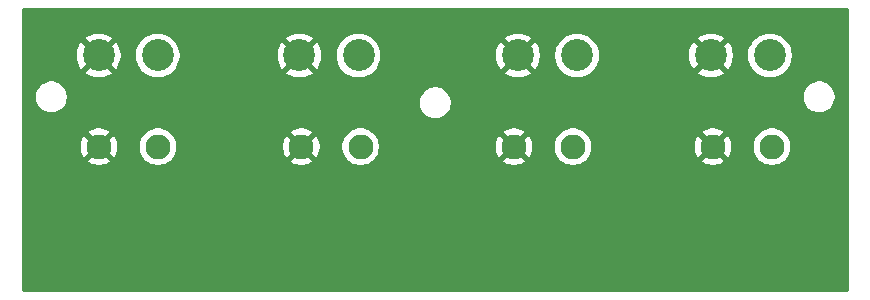
<source format=gtl>
%TF.GenerationSoftware,KiCad,Pcbnew,9.0.4-9.0.4-0~ubuntu24.04.1*%
%TF.CreationDate,2025-09-24T17:28:49+03:00*%
%TF.ProjectId,Linear_actuator_MCU_Bridge_circuit,4c696e65-6172-45f6-9163-747561746f72,rev?*%
%TF.SameCoordinates,Original*%
%TF.FileFunction,Copper,L1,Top*%
%TF.FilePolarity,Positive*%
%FSLAX46Y46*%
G04 Gerber Fmt 4.6, Leading zero omitted, Abs format (unit mm)*
G04 Created by KiCad (PCBNEW 9.0.4-9.0.4-0~ubuntu24.04.1) date 2025-09-24 17:28:49*
%MOMM*%
%LPD*%
G01*
G04 APERTURE LIST*
%TA.AperFunction,ComponentPad*%
%ADD10C,2.700000*%
%TD*%
%TA.AperFunction,ComponentPad*%
%ADD11C,2.108200*%
%TD*%
%TA.AperFunction,Conductor*%
%ADD12C,0.200000*%
%TD*%
G04 APERTURE END LIST*
D10*
%TO.P,U1,P$1,+*%
%TO.N,+24V*%
X134424200Y-60840100D03*
%TO.P,U1,P$2,-*%
%TO.N,GNDPWR*%
X139424200Y-60840100D03*
%TD*%
D11*
%TO.P,J2,1*%
%TO.N,+24V*%
X117757200Y-68555500D03*
%TO.P,J2,2*%
%TO.N,GNDPWR*%
X122761000Y-68555500D03*
%TD*%
%TO.P,J3,1*%
%TO.N,+24V*%
X99757200Y-68555500D03*
%TO.P,J3,2*%
%TO.N,GNDPWR*%
X104761000Y-68555500D03*
%TD*%
D10*
%TO.P,U2,P$1,+*%
%TO.N,+24V*%
X118090700Y-60840100D03*
%TO.P,U2,P$2,-*%
%TO.N,GNDPWR*%
X123090700Y-60840100D03*
%TD*%
%TO.P,U4,P$1,+*%
%TO.N,+24V*%
X82590700Y-60840100D03*
%TO.P,U4,P$2,-*%
%TO.N,GNDPWR*%
X87590700Y-60840100D03*
%TD*%
%TO.P,U3,P$1,+*%
%TO.N,+24V*%
X99590700Y-60840100D03*
%TO.P,U3,P$2,-*%
%TO.N,GNDPWR*%
X104590700Y-60840100D03*
%TD*%
D11*
%TO.P,J4,1*%
%TO.N,+24V*%
X82608000Y-68555500D03*
%TO.P,J4,2*%
%TO.N,GNDPWR*%
X87611800Y-68555500D03*
%TD*%
%TO.P,J1,1*%
%TO.N,+24V*%
X134590700Y-68555500D03*
%TO.P,J1,2*%
%TO.N,GNDPWR*%
X139594500Y-68555500D03*
%TD*%
D12*
%TO.N,GNDPWR*%
X139424200Y-68385200D02*
X139594500Y-68555500D01*
X87590700Y-68534400D02*
X87611800Y-68555500D01*
X123090700Y-68225800D02*
X122761000Y-68555500D01*
X104590700Y-68385200D02*
X104761000Y-68555500D01*
%TO.N,+24V*%
X134424200Y-68389000D02*
X134590700Y-68555500D01*
X82590700Y-68538200D02*
X82608000Y-68555500D01*
X99590700Y-68389000D02*
X99757200Y-68555500D01*
X118090700Y-68222000D02*
X117757200Y-68555500D01*
%TD*%
%TA.AperFunction,Conductor*%
%TO.N,+24V*%
G36*
X146033239Y-56860285D02*
G01*
X146078994Y-56913089D01*
X146090200Y-56964600D01*
X146090200Y-80715600D01*
X146070515Y-80782639D01*
X146017711Y-80828394D01*
X145966200Y-80839600D01*
X76215200Y-80839600D01*
X76148161Y-80819915D01*
X76102406Y-80767111D01*
X76091200Y-80715600D01*
X76091200Y-68433184D01*
X81053900Y-68433184D01*
X81053900Y-68677815D01*
X81092166Y-68919419D01*
X81167761Y-69152071D01*
X81278814Y-69370026D01*
X81346609Y-69463336D01*
X81346609Y-69463337D01*
X81892077Y-68917869D01*
X81898961Y-68934489D01*
X81986522Y-69065534D01*
X82097966Y-69176978D01*
X82229011Y-69264539D01*
X82245629Y-69271422D01*
X81700161Y-69816889D01*
X81793473Y-69884685D01*
X82011428Y-69995738D01*
X82244080Y-70071333D01*
X82485685Y-70109600D01*
X82730315Y-70109600D01*
X82971919Y-70071333D01*
X83204571Y-69995738D01*
X83422526Y-69884685D01*
X83515836Y-69816889D01*
X82970369Y-69271422D01*
X82986989Y-69264539D01*
X83118034Y-69176978D01*
X83229478Y-69065534D01*
X83317039Y-68934489D01*
X83323922Y-68917869D01*
X83869389Y-69463336D01*
X83937185Y-69370026D01*
X84048238Y-69152071D01*
X84123833Y-68919419D01*
X84162100Y-68677815D01*
X84162100Y-68433184D01*
X84162095Y-68433150D01*
X86057200Y-68433150D01*
X86057200Y-68677849D01*
X86095480Y-68919537D01*
X86095480Y-68919540D01*
X86171094Y-69152256D01*
X86171096Y-69152259D01*
X86282187Y-69370288D01*
X86426018Y-69568254D01*
X86599046Y-69741282D01*
X86797012Y-69885113D01*
X87015041Y-69996204D01*
X87015043Y-69996205D01*
X87232111Y-70066734D01*
X87247764Y-70071820D01*
X87489450Y-70110100D01*
X87489451Y-70110100D01*
X87734149Y-70110100D01*
X87734150Y-70110100D01*
X87975836Y-70071820D01*
X87975839Y-70071819D01*
X87975840Y-70071819D01*
X88208556Y-69996205D01*
X88208556Y-69996204D01*
X88208559Y-69996204D01*
X88426588Y-69885113D01*
X88624554Y-69741282D01*
X88797582Y-69568254D01*
X88941413Y-69370288D01*
X89052504Y-69152259D01*
X89080683Y-69065534D01*
X89128119Y-68919540D01*
X89128119Y-68919539D01*
X89128120Y-68919536D01*
X89166400Y-68677850D01*
X89166400Y-68433184D01*
X98203100Y-68433184D01*
X98203100Y-68677815D01*
X98241366Y-68919419D01*
X98316961Y-69152071D01*
X98428014Y-69370026D01*
X98495809Y-69463336D01*
X98495809Y-69463337D01*
X99041277Y-68917869D01*
X99048161Y-68934489D01*
X99135722Y-69065534D01*
X99247166Y-69176978D01*
X99378211Y-69264539D01*
X99394829Y-69271422D01*
X98849361Y-69816889D01*
X98942673Y-69884685D01*
X99160628Y-69995738D01*
X99393280Y-70071333D01*
X99634885Y-70109600D01*
X99879515Y-70109600D01*
X100121119Y-70071333D01*
X100353771Y-69995738D01*
X100571726Y-69884685D01*
X100665036Y-69816889D01*
X100119569Y-69271422D01*
X100136189Y-69264539D01*
X100267234Y-69176978D01*
X100378678Y-69065534D01*
X100466239Y-68934489D01*
X100473122Y-68917870D01*
X101018589Y-69463337D01*
X101018589Y-69463336D01*
X101086385Y-69370026D01*
X101197438Y-69152071D01*
X101273033Y-68919419D01*
X101311300Y-68677815D01*
X101311300Y-68433184D01*
X101311295Y-68433150D01*
X103206400Y-68433150D01*
X103206400Y-68677849D01*
X103244680Y-68919537D01*
X103244680Y-68919540D01*
X103320294Y-69152256D01*
X103320296Y-69152259D01*
X103431387Y-69370288D01*
X103575218Y-69568254D01*
X103748246Y-69741282D01*
X103946212Y-69885113D01*
X104164241Y-69996204D01*
X104164243Y-69996205D01*
X104381311Y-70066734D01*
X104396964Y-70071820D01*
X104638650Y-70110100D01*
X104638651Y-70110100D01*
X104883349Y-70110100D01*
X104883350Y-70110100D01*
X105125036Y-70071820D01*
X105125039Y-70071819D01*
X105125040Y-70071819D01*
X105357756Y-69996205D01*
X105357756Y-69996204D01*
X105357759Y-69996204D01*
X105575788Y-69885113D01*
X105773754Y-69741282D01*
X105946782Y-69568254D01*
X106090613Y-69370288D01*
X106201704Y-69152259D01*
X106229883Y-69065534D01*
X106277319Y-68919540D01*
X106277319Y-68919539D01*
X106277320Y-68919536D01*
X106315600Y-68677850D01*
X106315600Y-68433184D01*
X116203100Y-68433184D01*
X116203100Y-68677815D01*
X116241366Y-68919419D01*
X116316961Y-69152071D01*
X116428014Y-69370026D01*
X116495809Y-69463336D01*
X116495809Y-69463337D01*
X117041277Y-68917869D01*
X117048161Y-68934489D01*
X117135722Y-69065534D01*
X117247166Y-69176978D01*
X117378211Y-69264539D01*
X117394829Y-69271422D01*
X116849361Y-69816889D01*
X116942673Y-69884685D01*
X117160628Y-69995738D01*
X117393280Y-70071333D01*
X117634885Y-70109600D01*
X117879515Y-70109600D01*
X118121119Y-70071333D01*
X118353771Y-69995738D01*
X118571726Y-69884685D01*
X118665037Y-69816889D01*
X118119570Y-69271422D01*
X118136189Y-69264539D01*
X118267234Y-69176978D01*
X118378678Y-69065534D01*
X118466239Y-68934489D01*
X118473122Y-68917870D01*
X119018589Y-69463337D01*
X119018589Y-69463336D01*
X119086385Y-69370026D01*
X119197438Y-69152071D01*
X119273033Y-68919419D01*
X119311300Y-68677815D01*
X119311300Y-68433184D01*
X119311295Y-68433150D01*
X121206400Y-68433150D01*
X121206400Y-68677849D01*
X121244680Y-68919537D01*
X121244680Y-68919540D01*
X121320294Y-69152256D01*
X121320296Y-69152259D01*
X121431387Y-69370288D01*
X121575218Y-69568254D01*
X121748246Y-69741282D01*
X121946212Y-69885113D01*
X122164241Y-69996204D01*
X122164243Y-69996205D01*
X122381311Y-70066734D01*
X122396964Y-70071820D01*
X122638650Y-70110100D01*
X122638651Y-70110100D01*
X122883349Y-70110100D01*
X122883350Y-70110100D01*
X123125036Y-70071820D01*
X123125039Y-70071819D01*
X123125040Y-70071819D01*
X123357756Y-69996205D01*
X123357756Y-69996204D01*
X123357759Y-69996204D01*
X123575788Y-69885113D01*
X123773754Y-69741282D01*
X123946782Y-69568254D01*
X124090613Y-69370288D01*
X124201704Y-69152259D01*
X124229883Y-69065534D01*
X124277319Y-68919540D01*
X124277319Y-68919539D01*
X124277320Y-68919536D01*
X124315600Y-68677850D01*
X124315600Y-68433184D01*
X133036600Y-68433184D01*
X133036600Y-68677815D01*
X133074866Y-68919419D01*
X133150461Y-69152071D01*
X133261514Y-69370026D01*
X133329309Y-69463336D01*
X133329309Y-69463337D01*
X133874777Y-68917869D01*
X133881661Y-68934489D01*
X133969222Y-69065534D01*
X134080666Y-69176978D01*
X134211711Y-69264539D01*
X134228329Y-69271422D01*
X133682861Y-69816889D01*
X133776173Y-69884685D01*
X133994128Y-69995738D01*
X134226780Y-70071333D01*
X134468385Y-70109600D01*
X134713015Y-70109600D01*
X134954619Y-70071333D01*
X135187271Y-69995738D01*
X135405226Y-69884685D01*
X135498537Y-69816889D01*
X134953070Y-69271422D01*
X134969689Y-69264539D01*
X135100734Y-69176978D01*
X135212178Y-69065534D01*
X135299739Y-68934489D01*
X135306622Y-68917869D01*
X135852089Y-69463336D01*
X135919885Y-69370026D01*
X136030938Y-69152071D01*
X136106533Y-68919419D01*
X136144800Y-68677815D01*
X136144800Y-68433184D01*
X136144795Y-68433150D01*
X138039900Y-68433150D01*
X138039900Y-68677849D01*
X138078180Y-68919537D01*
X138078180Y-68919540D01*
X138153794Y-69152256D01*
X138153796Y-69152259D01*
X138264887Y-69370288D01*
X138408718Y-69568254D01*
X138581746Y-69741282D01*
X138779712Y-69885113D01*
X138997741Y-69996204D01*
X138997743Y-69996205D01*
X139214811Y-70066734D01*
X139230464Y-70071820D01*
X139472150Y-70110100D01*
X139472151Y-70110100D01*
X139716849Y-70110100D01*
X139716850Y-70110100D01*
X139958536Y-70071820D01*
X139958539Y-70071819D01*
X139958540Y-70071819D01*
X140191256Y-69996205D01*
X140191256Y-69996204D01*
X140191259Y-69996204D01*
X140409288Y-69885113D01*
X140607254Y-69741282D01*
X140780282Y-69568254D01*
X140924113Y-69370288D01*
X141035204Y-69152259D01*
X141063383Y-69065534D01*
X141110819Y-68919540D01*
X141110819Y-68919539D01*
X141110820Y-68919536D01*
X141149100Y-68677850D01*
X141149100Y-68433150D01*
X141110820Y-68191464D01*
X141110819Y-68191460D01*
X141110819Y-68191459D01*
X141035205Y-67958743D01*
X141035203Y-67958740D01*
X140977995Y-67846461D01*
X140924113Y-67740712D01*
X140780282Y-67542746D01*
X140607254Y-67369718D01*
X140409288Y-67225887D01*
X140191259Y-67114796D01*
X140191256Y-67114794D01*
X139958538Y-67039180D01*
X139797412Y-67013660D01*
X139716850Y-67000900D01*
X139472150Y-67000900D01*
X139391588Y-67013660D01*
X139230462Y-67039180D01*
X139230459Y-67039180D01*
X138997743Y-67114794D01*
X138997740Y-67114796D01*
X138779711Y-67225887D01*
X138666765Y-67307947D01*
X138581746Y-67369718D01*
X138581744Y-67369720D01*
X138581743Y-67369720D01*
X138408720Y-67542743D01*
X138408720Y-67542744D01*
X138408718Y-67542746D01*
X138346947Y-67627765D01*
X138264887Y-67740711D01*
X138153796Y-67958740D01*
X138153794Y-67958743D01*
X138078180Y-68191459D01*
X138078180Y-68191462D01*
X138039900Y-68433150D01*
X136144795Y-68433150D01*
X136106533Y-68191580D01*
X136030938Y-67958928D01*
X135919885Y-67740973D01*
X135852089Y-67647662D01*
X135852089Y-67647661D01*
X135306622Y-68193128D01*
X135299739Y-68176511D01*
X135212178Y-68045466D01*
X135100734Y-67934022D01*
X134969689Y-67846461D01*
X134953068Y-67839576D01*
X135498537Y-67294109D01*
X135405226Y-67226314D01*
X135187271Y-67115261D01*
X134954619Y-67039666D01*
X134713015Y-67001400D01*
X134468385Y-67001400D01*
X134226780Y-67039666D01*
X133994128Y-67115261D01*
X133776169Y-67226316D01*
X133682862Y-67294107D01*
X133682861Y-67294109D01*
X134228329Y-67839577D01*
X134211711Y-67846461D01*
X134080666Y-67934022D01*
X133969222Y-68045466D01*
X133881661Y-68176511D01*
X133874777Y-68193129D01*
X133329309Y-67647661D01*
X133329307Y-67647662D01*
X133261516Y-67740969D01*
X133150461Y-67958928D01*
X133074866Y-68191580D01*
X133036600Y-68433184D01*
X124315600Y-68433184D01*
X124315600Y-68433150D01*
X124277320Y-68191464D01*
X124277319Y-68191460D01*
X124277319Y-68191459D01*
X124201705Y-67958743D01*
X124201703Y-67958740D01*
X124144495Y-67846461D01*
X124090613Y-67740712D01*
X123946782Y-67542746D01*
X123773754Y-67369718D01*
X123575788Y-67225887D01*
X123357759Y-67114796D01*
X123357756Y-67114794D01*
X123125038Y-67039180D01*
X122963912Y-67013660D01*
X122883350Y-67000900D01*
X122638650Y-67000900D01*
X122558088Y-67013660D01*
X122396962Y-67039180D01*
X122396959Y-67039180D01*
X122164243Y-67114794D01*
X122164240Y-67114796D01*
X121946211Y-67225887D01*
X121833265Y-67307947D01*
X121748246Y-67369718D01*
X121748244Y-67369720D01*
X121748243Y-67369720D01*
X121575220Y-67542743D01*
X121575220Y-67542744D01*
X121575218Y-67542746D01*
X121513447Y-67627765D01*
X121431387Y-67740711D01*
X121320296Y-67958740D01*
X121320294Y-67958743D01*
X121244680Y-68191459D01*
X121244680Y-68191462D01*
X121206400Y-68433150D01*
X119311295Y-68433150D01*
X119273033Y-68191580D01*
X119197438Y-67958928D01*
X119086385Y-67740973D01*
X119018589Y-67647662D01*
X119018589Y-67647661D01*
X118473122Y-68193128D01*
X118466239Y-68176511D01*
X118378678Y-68045466D01*
X118267234Y-67934022D01*
X118136189Y-67846461D01*
X118119568Y-67839576D01*
X118665037Y-67294109D01*
X118571726Y-67226314D01*
X118353771Y-67115261D01*
X118121119Y-67039666D01*
X117879515Y-67001400D01*
X117634885Y-67001400D01*
X117393280Y-67039666D01*
X117160628Y-67115261D01*
X116942669Y-67226316D01*
X116849362Y-67294107D01*
X116849361Y-67294109D01*
X117394829Y-67839577D01*
X117378211Y-67846461D01*
X117247166Y-67934022D01*
X117135722Y-68045466D01*
X117048161Y-68176511D01*
X117041277Y-68193129D01*
X116495809Y-67647661D01*
X116495807Y-67647662D01*
X116428016Y-67740969D01*
X116316961Y-67958928D01*
X116241366Y-68191580D01*
X116203100Y-68433184D01*
X106315600Y-68433184D01*
X106315600Y-68433150D01*
X106277320Y-68191464D01*
X106277319Y-68191460D01*
X106277319Y-68191459D01*
X106201705Y-67958743D01*
X106201703Y-67958740D01*
X106144495Y-67846461D01*
X106090613Y-67740712D01*
X105946782Y-67542746D01*
X105773754Y-67369718D01*
X105575788Y-67225887D01*
X105357759Y-67114796D01*
X105357756Y-67114794D01*
X105125038Y-67039180D01*
X104963912Y-67013660D01*
X104883350Y-67000900D01*
X104638650Y-67000900D01*
X104558088Y-67013660D01*
X104396962Y-67039180D01*
X104396959Y-67039180D01*
X104164243Y-67114794D01*
X104164240Y-67114796D01*
X103946211Y-67225887D01*
X103833265Y-67307947D01*
X103748246Y-67369718D01*
X103748244Y-67369720D01*
X103748243Y-67369720D01*
X103575220Y-67542743D01*
X103575220Y-67542744D01*
X103575218Y-67542746D01*
X103513447Y-67627765D01*
X103431387Y-67740711D01*
X103320296Y-67958740D01*
X103320294Y-67958743D01*
X103244680Y-68191459D01*
X103244680Y-68191462D01*
X103206400Y-68433150D01*
X101311295Y-68433150D01*
X101273033Y-68191580D01*
X101197438Y-67958928D01*
X101086385Y-67740973D01*
X101018589Y-67647662D01*
X101018589Y-67647661D01*
X100473122Y-68193128D01*
X100466239Y-68176511D01*
X100378678Y-68045466D01*
X100267234Y-67934022D01*
X100136189Y-67846461D01*
X100119568Y-67839576D01*
X100665037Y-67294109D01*
X100571726Y-67226314D01*
X100353771Y-67115261D01*
X100121119Y-67039666D01*
X99879515Y-67001400D01*
X99634885Y-67001400D01*
X99393280Y-67039666D01*
X99160628Y-67115261D01*
X98942669Y-67226316D01*
X98849362Y-67294107D01*
X98849361Y-67294109D01*
X99394829Y-67839577D01*
X99378211Y-67846461D01*
X99247166Y-67934022D01*
X99135722Y-68045466D01*
X99048161Y-68176511D01*
X99041277Y-68193129D01*
X98495809Y-67647661D01*
X98495807Y-67647662D01*
X98428016Y-67740969D01*
X98316961Y-67958928D01*
X98241366Y-68191580D01*
X98203100Y-68433184D01*
X89166400Y-68433184D01*
X89166400Y-68433150D01*
X89128120Y-68191464D01*
X89128119Y-68191460D01*
X89128119Y-68191459D01*
X89052505Y-67958743D01*
X89052503Y-67958740D01*
X88995295Y-67846461D01*
X88941413Y-67740712D01*
X88797582Y-67542746D01*
X88624554Y-67369718D01*
X88426588Y-67225887D01*
X88208559Y-67114796D01*
X88208556Y-67114794D01*
X87975838Y-67039180D01*
X87814712Y-67013660D01*
X87734150Y-67000900D01*
X87489450Y-67000900D01*
X87408888Y-67013660D01*
X87247762Y-67039180D01*
X87247759Y-67039180D01*
X87015043Y-67114794D01*
X87015040Y-67114796D01*
X86797011Y-67225887D01*
X86684065Y-67307947D01*
X86599046Y-67369718D01*
X86599044Y-67369720D01*
X86599043Y-67369720D01*
X86426020Y-67542743D01*
X86426020Y-67542744D01*
X86426018Y-67542746D01*
X86364247Y-67627765D01*
X86282187Y-67740711D01*
X86171096Y-67958740D01*
X86171094Y-67958743D01*
X86095480Y-68191459D01*
X86095480Y-68191462D01*
X86057200Y-68433150D01*
X84162095Y-68433150D01*
X84123833Y-68191580D01*
X84048238Y-67958928D01*
X83937185Y-67740973D01*
X83869389Y-67647662D01*
X83869389Y-67647661D01*
X83323922Y-68193128D01*
X83317039Y-68176511D01*
X83229478Y-68045466D01*
X83118034Y-67934022D01*
X82986989Y-67846461D01*
X82970368Y-67839576D01*
X83515837Y-67294109D01*
X83422526Y-67226314D01*
X83204571Y-67115261D01*
X82971919Y-67039666D01*
X82730315Y-67001400D01*
X82485685Y-67001400D01*
X82244080Y-67039666D01*
X82011428Y-67115261D01*
X81793469Y-67226316D01*
X81700162Y-67294107D01*
X81700161Y-67294109D01*
X82245629Y-67839577D01*
X82229011Y-67846461D01*
X82097966Y-67934022D01*
X81986522Y-68045466D01*
X81898961Y-68176511D01*
X81892077Y-68193129D01*
X81346609Y-67647661D01*
X81346607Y-67647662D01*
X81278816Y-67740969D01*
X81167761Y-67958928D01*
X81092166Y-68191580D01*
X81053900Y-68433184D01*
X76091200Y-68433184D01*
X76091200Y-64237748D01*
X77290200Y-64237748D01*
X77290200Y-64442451D01*
X77322222Y-64644634D01*
X77385481Y-64839323D01*
X77478415Y-65021713D01*
X77598728Y-65187313D01*
X77743486Y-65332071D01*
X77898449Y-65444656D01*
X77909090Y-65452387D01*
X78025307Y-65511603D01*
X78091476Y-65545318D01*
X78091478Y-65545318D01*
X78091481Y-65545320D01*
X78195837Y-65579227D01*
X78286165Y-65608577D01*
X78387257Y-65624588D01*
X78488348Y-65640600D01*
X78488349Y-65640600D01*
X78693051Y-65640600D01*
X78693052Y-65640600D01*
X78895234Y-65608577D01*
X79089919Y-65545320D01*
X79272310Y-65452387D01*
X79427931Y-65339323D01*
X79437913Y-65332071D01*
X79437915Y-65332068D01*
X79437919Y-65332066D01*
X79582666Y-65187319D01*
X79582668Y-65187315D01*
X79582671Y-65187313D01*
X79635432Y-65114690D01*
X79702987Y-65021710D01*
X79795920Y-64839319D01*
X79828922Y-64737748D01*
X109790200Y-64737748D01*
X109790200Y-64942451D01*
X109822222Y-65144634D01*
X109885481Y-65339323D01*
X109978415Y-65521713D01*
X110098728Y-65687313D01*
X110243486Y-65832071D01*
X110398449Y-65944656D01*
X110409090Y-65952387D01*
X110525307Y-66011603D01*
X110591476Y-66045318D01*
X110591478Y-66045318D01*
X110591481Y-66045320D01*
X110695837Y-66079227D01*
X110786165Y-66108577D01*
X110887257Y-66124588D01*
X110988348Y-66140600D01*
X110988349Y-66140600D01*
X111193051Y-66140600D01*
X111193052Y-66140600D01*
X111395234Y-66108577D01*
X111589919Y-66045320D01*
X111772310Y-65952387D01*
X111865290Y-65884832D01*
X111937913Y-65832071D01*
X111937915Y-65832068D01*
X111937919Y-65832066D01*
X112082666Y-65687319D01*
X112082668Y-65687315D01*
X112082671Y-65687313D01*
X112185833Y-65545320D01*
X112202987Y-65521710D01*
X112295920Y-65339319D01*
X112359177Y-65144634D01*
X112391200Y-64942452D01*
X112391200Y-64737748D01*
X112359177Y-64535566D01*
X112295920Y-64340881D01*
X112295917Y-64340877D01*
X112295917Y-64340874D01*
X112269573Y-64289172D01*
X112269572Y-64289171D01*
X112243371Y-64237748D01*
X142290200Y-64237748D01*
X142290200Y-64442451D01*
X142322222Y-64644634D01*
X142385481Y-64839323D01*
X142478415Y-65021713D01*
X142598728Y-65187313D01*
X142743486Y-65332071D01*
X142898449Y-65444656D01*
X142909090Y-65452387D01*
X143025307Y-65511603D01*
X143091476Y-65545318D01*
X143091478Y-65545318D01*
X143091481Y-65545320D01*
X143195837Y-65579227D01*
X143286165Y-65608577D01*
X143387257Y-65624588D01*
X143488348Y-65640600D01*
X143488349Y-65640600D01*
X143693051Y-65640600D01*
X143693052Y-65640600D01*
X143895234Y-65608577D01*
X144089919Y-65545320D01*
X144272310Y-65452387D01*
X144427931Y-65339323D01*
X144437913Y-65332071D01*
X144437915Y-65332068D01*
X144437919Y-65332066D01*
X144582666Y-65187319D01*
X144582668Y-65187315D01*
X144582671Y-65187313D01*
X144635432Y-65114690D01*
X144702987Y-65021710D01*
X144795920Y-64839319D01*
X144859177Y-64644634D01*
X144891200Y-64442452D01*
X144891200Y-64237748D01*
X144859177Y-64035566D01*
X144845309Y-63992886D01*
X144829827Y-63945237D01*
X144795920Y-63840881D01*
X144795918Y-63840878D01*
X144795918Y-63840876D01*
X144738310Y-63727815D01*
X144702987Y-63658490D01*
X144685834Y-63634881D01*
X144582671Y-63492886D01*
X144437913Y-63348128D01*
X144272313Y-63227815D01*
X144272312Y-63227814D01*
X144272310Y-63227813D01*
X144215353Y-63198791D01*
X144089923Y-63134881D01*
X143895234Y-63071622D01*
X143720695Y-63043978D01*
X143693052Y-63039600D01*
X143488348Y-63039600D01*
X143464029Y-63043451D01*
X143286165Y-63071622D01*
X143091476Y-63134881D01*
X142909086Y-63227815D01*
X142743486Y-63348128D01*
X142598728Y-63492886D01*
X142478415Y-63658486D01*
X142385481Y-63840876D01*
X142322222Y-64035565D01*
X142290200Y-64237748D01*
X112243371Y-64237748D01*
X112202984Y-64158485D01*
X112082671Y-63992886D01*
X111937913Y-63848128D01*
X111772313Y-63727815D01*
X111772312Y-63727814D01*
X111772310Y-63727813D01*
X111715353Y-63698791D01*
X111589923Y-63634881D01*
X111395234Y-63571622D01*
X111220695Y-63543978D01*
X111193052Y-63539600D01*
X110988348Y-63539600D01*
X110964029Y-63543451D01*
X110786165Y-63571622D01*
X110591476Y-63634881D01*
X110409086Y-63727815D01*
X110243486Y-63848128D01*
X110098728Y-63992886D01*
X109978415Y-64158486D01*
X109885481Y-64340876D01*
X109822222Y-64535565D01*
X109790200Y-64737748D01*
X79828922Y-64737748D01*
X79859177Y-64644634D01*
X79891200Y-64442452D01*
X79891200Y-64237748D01*
X79859177Y-64035566D01*
X79845309Y-63992886D01*
X79829827Y-63945237D01*
X79795920Y-63840881D01*
X79795918Y-63840878D01*
X79795918Y-63840876D01*
X79738310Y-63727815D01*
X79702987Y-63658490D01*
X79685834Y-63634881D01*
X79582671Y-63492886D01*
X79437913Y-63348128D01*
X79272313Y-63227815D01*
X79272312Y-63227814D01*
X79272310Y-63227813D01*
X79215353Y-63198791D01*
X79089923Y-63134881D01*
X78895234Y-63071622D01*
X78720695Y-63043978D01*
X78693052Y-63039600D01*
X78488348Y-63039600D01*
X78464029Y-63043451D01*
X78286165Y-63071622D01*
X78091476Y-63134881D01*
X77909086Y-63227815D01*
X77743486Y-63348128D01*
X77598728Y-63492886D01*
X77478415Y-63658486D01*
X77385481Y-63840876D01*
X77322222Y-64035565D01*
X77290200Y-64237748D01*
X76091200Y-64237748D01*
X76091200Y-60718851D01*
X80740700Y-60718851D01*
X80740700Y-60961348D01*
X80740701Y-60961364D01*
X80772353Y-61201787D01*
X80835121Y-61436039D01*
X80927920Y-61660078D01*
X80927927Y-61660092D01*
X81049181Y-61870110D01*
X81117761Y-61959484D01*
X81800221Y-61277023D01*
X81891624Y-61413817D01*
X82016983Y-61539176D01*
X82153774Y-61630577D01*
X81471314Y-62313036D01*
X81471314Y-62313037D01*
X81560689Y-62381617D01*
X81560696Y-62381622D01*
X81770707Y-62502872D01*
X81770721Y-62502879D01*
X81994760Y-62595678D01*
X82229012Y-62658446D01*
X82469435Y-62690098D01*
X82469452Y-62690100D01*
X82711948Y-62690100D01*
X82711964Y-62690098D01*
X82952387Y-62658446D01*
X83186639Y-62595678D01*
X83410678Y-62502879D01*
X83410692Y-62502872D01*
X83620716Y-62381615D01*
X83710084Y-62313039D01*
X83710084Y-62313036D01*
X83027624Y-61630577D01*
X83164417Y-61539176D01*
X83289776Y-61413817D01*
X83381177Y-61277024D01*
X84063636Y-61959484D01*
X84063639Y-61959484D01*
X84132215Y-61870116D01*
X84253472Y-61660092D01*
X84253479Y-61660078D01*
X84346278Y-61436039D01*
X84409046Y-61201787D01*
X84440698Y-60961364D01*
X84440700Y-60961348D01*
X84440700Y-60718843D01*
X84440696Y-60718811D01*
X85740200Y-60718811D01*
X85740200Y-60961388D01*
X85771861Y-61201885D01*
X85834647Y-61436204D01*
X85877300Y-61539176D01*
X85927476Y-61660312D01*
X86048764Y-61870389D01*
X86048766Y-61870392D01*
X86048767Y-61870393D01*
X86196433Y-62062836D01*
X86196439Y-62062843D01*
X86367956Y-62234360D01*
X86367962Y-62234365D01*
X86560411Y-62382036D01*
X86770488Y-62503324D01*
X86994600Y-62596154D01*
X87228911Y-62658938D01*
X87409286Y-62682684D01*
X87469411Y-62690600D01*
X87469412Y-62690600D01*
X87711989Y-62690600D01*
X87760088Y-62684267D01*
X87952489Y-62658938D01*
X88186800Y-62596154D01*
X88410912Y-62503324D01*
X88620989Y-62382036D01*
X88813438Y-62234365D01*
X88813443Y-62234360D01*
X88870401Y-62177403D01*
X88984960Y-62062843D01*
X88984965Y-62062838D01*
X89132636Y-61870389D01*
X89253924Y-61660312D01*
X89346754Y-61436200D01*
X89409538Y-61201889D01*
X89441200Y-60961388D01*
X89441200Y-60718851D01*
X97740700Y-60718851D01*
X97740700Y-60961348D01*
X97740701Y-60961364D01*
X97772353Y-61201787D01*
X97835121Y-61436039D01*
X97927920Y-61660078D01*
X97927927Y-61660092D01*
X98049181Y-61870110D01*
X98117761Y-61959484D01*
X98800221Y-61277023D01*
X98891624Y-61413817D01*
X99016983Y-61539176D01*
X99153774Y-61630577D01*
X98471314Y-62313036D01*
X98471314Y-62313037D01*
X98560689Y-62381617D01*
X98560696Y-62381622D01*
X98770707Y-62502872D01*
X98770721Y-62502879D01*
X98994760Y-62595678D01*
X99229012Y-62658446D01*
X99469435Y-62690098D01*
X99469452Y-62690100D01*
X99711948Y-62690100D01*
X99711964Y-62690098D01*
X99952387Y-62658446D01*
X100186639Y-62595678D01*
X100410678Y-62502879D01*
X100410692Y-62502872D01*
X100620716Y-62381615D01*
X100710084Y-62313039D01*
X100710084Y-62313036D01*
X100027624Y-61630577D01*
X100164417Y-61539176D01*
X100289776Y-61413817D01*
X100381177Y-61277024D01*
X101063636Y-61959484D01*
X101063639Y-61959484D01*
X101132215Y-61870116D01*
X101253472Y-61660092D01*
X101253479Y-61660078D01*
X101346278Y-61436039D01*
X101409046Y-61201787D01*
X101440698Y-60961364D01*
X101440700Y-60961348D01*
X101440700Y-60718843D01*
X101440696Y-60718811D01*
X102740200Y-60718811D01*
X102740200Y-60961388D01*
X102771861Y-61201885D01*
X102834647Y-61436204D01*
X102877300Y-61539176D01*
X102927476Y-61660312D01*
X103048764Y-61870389D01*
X103048766Y-61870392D01*
X103048767Y-61870393D01*
X103196433Y-62062836D01*
X103196439Y-62062843D01*
X103367956Y-62234360D01*
X103367962Y-62234365D01*
X103560411Y-62382036D01*
X103770488Y-62503324D01*
X103994600Y-62596154D01*
X104228911Y-62658938D01*
X104409286Y-62682684D01*
X104469411Y-62690600D01*
X104469412Y-62690600D01*
X104711989Y-62690600D01*
X104760088Y-62684267D01*
X104952489Y-62658938D01*
X105186800Y-62596154D01*
X105410912Y-62503324D01*
X105620989Y-62382036D01*
X105813438Y-62234365D01*
X105813443Y-62234360D01*
X105870401Y-62177403D01*
X105984960Y-62062843D01*
X105984965Y-62062838D01*
X106132636Y-61870389D01*
X106253924Y-61660312D01*
X106346754Y-61436200D01*
X106409538Y-61201889D01*
X106441200Y-60961388D01*
X106441200Y-60718851D01*
X116240700Y-60718851D01*
X116240700Y-60961348D01*
X116240701Y-60961364D01*
X116272353Y-61201787D01*
X116335121Y-61436039D01*
X116427920Y-61660078D01*
X116427927Y-61660092D01*
X116549181Y-61870110D01*
X116617761Y-61959484D01*
X117300221Y-61277023D01*
X117391624Y-61413817D01*
X117516983Y-61539176D01*
X117653774Y-61630577D01*
X116971314Y-62313036D01*
X116971314Y-62313037D01*
X117060689Y-62381617D01*
X117060696Y-62381622D01*
X117270707Y-62502872D01*
X117270721Y-62502879D01*
X117494760Y-62595678D01*
X117729012Y-62658446D01*
X117969435Y-62690098D01*
X117969452Y-62690100D01*
X118211948Y-62690100D01*
X118211964Y-62690098D01*
X118452387Y-62658446D01*
X118686639Y-62595678D01*
X118910678Y-62502879D01*
X118910692Y-62502872D01*
X119120716Y-62381615D01*
X119210084Y-62313039D01*
X119210084Y-62313036D01*
X118527624Y-61630577D01*
X118664417Y-61539176D01*
X118789776Y-61413817D01*
X118881177Y-61277024D01*
X119563636Y-61959484D01*
X119563639Y-61959484D01*
X119632215Y-61870116D01*
X119753472Y-61660092D01*
X119753479Y-61660078D01*
X119846278Y-61436039D01*
X119909046Y-61201787D01*
X119940698Y-60961364D01*
X119940700Y-60961348D01*
X119940700Y-60718843D01*
X119940696Y-60718811D01*
X121240200Y-60718811D01*
X121240200Y-60961388D01*
X121271861Y-61201885D01*
X121334647Y-61436204D01*
X121377300Y-61539176D01*
X121427476Y-61660312D01*
X121548764Y-61870389D01*
X121548766Y-61870392D01*
X121548767Y-61870393D01*
X121696433Y-62062836D01*
X121696439Y-62062843D01*
X121867956Y-62234360D01*
X121867962Y-62234365D01*
X122060411Y-62382036D01*
X122270488Y-62503324D01*
X122494600Y-62596154D01*
X122728911Y-62658938D01*
X122909286Y-62682684D01*
X122969411Y-62690600D01*
X122969412Y-62690600D01*
X123211989Y-62690600D01*
X123260088Y-62684267D01*
X123452489Y-62658938D01*
X123686800Y-62596154D01*
X123910912Y-62503324D01*
X124120989Y-62382036D01*
X124313438Y-62234365D01*
X124313443Y-62234360D01*
X124370401Y-62177403D01*
X124484960Y-62062843D01*
X124484965Y-62062838D01*
X124632636Y-61870389D01*
X124753924Y-61660312D01*
X124846754Y-61436200D01*
X124909538Y-61201889D01*
X124941200Y-60961388D01*
X124941200Y-60718851D01*
X132574200Y-60718851D01*
X132574200Y-60961348D01*
X132574201Y-60961364D01*
X132605853Y-61201787D01*
X132668621Y-61436039D01*
X132761420Y-61660078D01*
X132761427Y-61660092D01*
X132882681Y-61870110D01*
X132951261Y-61959484D01*
X133633721Y-61277023D01*
X133725124Y-61413817D01*
X133850483Y-61539176D01*
X133987274Y-61630577D01*
X133304814Y-62313036D01*
X133304814Y-62313037D01*
X133394189Y-62381617D01*
X133394196Y-62381622D01*
X133604207Y-62502872D01*
X133604221Y-62502879D01*
X133828260Y-62595678D01*
X134062512Y-62658446D01*
X134302935Y-62690098D01*
X134302952Y-62690100D01*
X134545448Y-62690100D01*
X134545464Y-62690098D01*
X134785887Y-62658446D01*
X135020139Y-62595678D01*
X135244178Y-62502879D01*
X135244192Y-62502872D01*
X135454216Y-62381615D01*
X135543584Y-62313039D01*
X135543584Y-62313036D01*
X134861124Y-61630577D01*
X134997917Y-61539176D01*
X135123276Y-61413817D01*
X135214677Y-61277024D01*
X135897136Y-61959484D01*
X135897139Y-61959484D01*
X135965715Y-61870116D01*
X136086972Y-61660092D01*
X136086979Y-61660078D01*
X136179778Y-61436039D01*
X136242546Y-61201787D01*
X136274198Y-60961364D01*
X136274200Y-60961348D01*
X136274200Y-60718843D01*
X136274196Y-60718811D01*
X137573700Y-60718811D01*
X137573700Y-60961388D01*
X137605361Y-61201885D01*
X137668147Y-61436204D01*
X137710800Y-61539176D01*
X137760976Y-61660312D01*
X137882264Y-61870389D01*
X137882266Y-61870392D01*
X137882267Y-61870393D01*
X138029933Y-62062836D01*
X138029939Y-62062843D01*
X138201456Y-62234360D01*
X138201462Y-62234365D01*
X138393911Y-62382036D01*
X138603988Y-62503324D01*
X138828100Y-62596154D01*
X139062411Y-62658938D01*
X139242786Y-62682684D01*
X139302911Y-62690600D01*
X139302912Y-62690600D01*
X139545489Y-62690600D01*
X139593588Y-62684267D01*
X139785989Y-62658938D01*
X140020300Y-62596154D01*
X140244412Y-62503324D01*
X140454489Y-62382036D01*
X140646938Y-62234365D01*
X140818465Y-62062838D01*
X140966136Y-61870389D01*
X141087424Y-61660312D01*
X141180254Y-61436200D01*
X141243038Y-61201889D01*
X141274700Y-60961388D01*
X141274700Y-60718812D01*
X141243038Y-60478311D01*
X141180254Y-60244000D01*
X141087424Y-60019888D01*
X140966136Y-59809811D01*
X140818465Y-59617362D01*
X140818460Y-59617356D01*
X140646943Y-59445839D01*
X140646936Y-59445833D01*
X140454493Y-59298167D01*
X140454492Y-59298166D01*
X140454489Y-59298164D01*
X140244412Y-59176876D01*
X140244405Y-59176873D01*
X140020304Y-59084047D01*
X139785985Y-59021261D01*
X139545489Y-58989600D01*
X139545488Y-58989600D01*
X139302912Y-58989600D01*
X139302911Y-58989600D01*
X139062414Y-59021261D01*
X138828095Y-59084047D01*
X138603994Y-59176873D01*
X138603985Y-59176877D01*
X138393906Y-59298167D01*
X138201463Y-59445833D01*
X138201456Y-59445839D01*
X138029939Y-59617356D01*
X138029933Y-59617363D01*
X137882267Y-59809806D01*
X137882264Y-59809810D01*
X137882264Y-59809811D01*
X137866017Y-59837951D01*
X137760977Y-60019885D01*
X137760973Y-60019894D01*
X137668147Y-60243995D01*
X137605361Y-60478314D01*
X137573700Y-60718811D01*
X136274196Y-60718811D01*
X136242546Y-60478412D01*
X136179778Y-60244160D01*
X136086979Y-60020121D01*
X136086972Y-60020107D01*
X135965722Y-59810096D01*
X135965717Y-59810089D01*
X135897137Y-59720714D01*
X135897136Y-59720714D01*
X135214676Y-60403174D01*
X135123276Y-60266383D01*
X134997917Y-60141024D01*
X134861123Y-60049621D01*
X135543584Y-59367161D01*
X135454210Y-59298581D01*
X135244192Y-59177327D01*
X135244178Y-59177320D01*
X135020139Y-59084521D01*
X134785887Y-59021753D01*
X134545464Y-58990101D01*
X134545448Y-58990100D01*
X134302952Y-58990100D01*
X134302935Y-58990101D01*
X134062512Y-59021753D01*
X133828260Y-59084521D01*
X133604221Y-59177320D01*
X133604206Y-59177327D01*
X133394190Y-59298580D01*
X133304814Y-59367160D01*
X133304814Y-59367161D01*
X133987275Y-60049622D01*
X133850483Y-60141024D01*
X133725124Y-60266383D01*
X133633722Y-60403175D01*
X132951261Y-59720714D01*
X132951260Y-59720714D01*
X132882680Y-59810090D01*
X132761427Y-60020106D01*
X132761420Y-60020121D01*
X132668621Y-60244160D01*
X132605853Y-60478412D01*
X132574201Y-60718835D01*
X132574200Y-60718851D01*
X124941200Y-60718851D01*
X124941200Y-60718812D01*
X124909538Y-60478311D01*
X124846754Y-60244000D01*
X124753924Y-60019888D01*
X124632636Y-59809811D01*
X124484965Y-59617362D01*
X124484960Y-59617356D01*
X124313443Y-59445839D01*
X124313436Y-59445833D01*
X124120993Y-59298167D01*
X124120992Y-59298166D01*
X124120989Y-59298164D01*
X123910912Y-59176876D01*
X123910905Y-59176873D01*
X123686804Y-59084047D01*
X123452485Y-59021261D01*
X123211989Y-58989600D01*
X123211988Y-58989600D01*
X122969412Y-58989600D01*
X122969411Y-58989600D01*
X122728914Y-59021261D01*
X122494595Y-59084047D01*
X122270494Y-59176873D01*
X122270485Y-59176877D01*
X122060406Y-59298167D01*
X121867963Y-59445833D01*
X121867956Y-59445839D01*
X121696439Y-59617356D01*
X121696433Y-59617363D01*
X121548767Y-59809806D01*
X121548764Y-59809810D01*
X121548764Y-59809811D01*
X121532517Y-59837951D01*
X121427477Y-60019885D01*
X121427473Y-60019894D01*
X121334647Y-60243995D01*
X121271861Y-60478314D01*
X121240200Y-60718811D01*
X119940696Y-60718811D01*
X119909046Y-60478412D01*
X119846278Y-60244160D01*
X119753479Y-60020121D01*
X119753472Y-60020107D01*
X119632222Y-59810096D01*
X119632217Y-59810089D01*
X119563637Y-59720714D01*
X119563636Y-59720714D01*
X118881176Y-60403174D01*
X118789776Y-60266383D01*
X118664417Y-60141024D01*
X118527623Y-60049621D01*
X119210084Y-59367161D01*
X119120710Y-59298581D01*
X118910692Y-59177327D01*
X118910678Y-59177320D01*
X118686639Y-59084521D01*
X118452387Y-59021753D01*
X118211964Y-58990101D01*
X118211948Y-58990100D01*
X117969452Y-58990100D01*
X117969435Y-58990101D01*
X117729012Y-59021753D01*
X117494760Y-59084521D01*
X117270721Y-59177320D01*
X117270706Y-59177327D01*
X117060690Y-59298580D01*
X116971314Y-59367160D01*
X116971314Y-59367161D01*
X117653775Y-60049622D01*
X117516983Y-60141024D01*
X117391624Y-60266383D01*
X117300222Y-60403175D01*
X116617761Y-59720714D01*
X116617760Y-59720714D01*
X116549180Y-59810090D01*
X116427927Y-60020106D01*
X116427920Y-60020121D01*
X116335121Y-60244160D01*
X116272353Y-60478412D01*
X116240701Y-60718835D01*
X116240700Y-60718851D01*
X106441200Y-60718851D01*
X106441200Y-60718812D01*
X106409538Y-60478311D01*
X106346754Y-60244000D01*
X106253924Y-60019888D01*
X106132636Y-59809811D01*
X105984965Y-59617362D01*
X105984960Y-59617356D01*
X105813443Y-59445839D01*
X105813436Y-59445833D01*
X105620993Y-59298167D01*
X105620992Y-59298166D01*
X105620989Y-59298164D01*
X105410912Y-59176876D01*
X105410905Y-59176873D01*
X105186804Y-59084047D01*
X104952485Y-59021261D01*
X104711989Y-58989600D01*
X104711988Y-58989600D01*
X104469412Y-58989600D01*
X104469411Y-58989600D01*
X104228914Y-59021261D01*
X103994595Y-59084047D01*
X103770494Y-59176873D01*
X103770485Y-59176877D01*
X103560406Y-59298167D01*
X103367963Y-59445833D01*
X103367956Y-59445839D01*
X103196439Y-59617356D01*
X103196433Y-59617363D01*
X103048767Y-59809806D01*
X103048764Y-59809810D01*
X103048764Y-59809811D01*
X103032517Y-59837951D01*
X102927477Y-60019885D01*
X102927473Y-60019894D01*
X102834647Y-60243995D01*
X102771861Y-60478314D01*
X102740200Y-60718811D01*
X101440696Y-60718811D01*
X101409046Y-60478412D01*
X101346278Y-60244160D01*
X101253479Y-60020121D01*
X101253472Y-60020107D01*
X101132222Y-59810096D01*
X101132217Y-59810089D01*
X101063637Y-59720714D01*
X101063636Y-59720714D01*
X100381176Y-60403174D01*
X100289776Y-60266383D01*
X100164417Y-60141024D01*
X100027623Y-60049621D01*
X100710084Y-59367161D01*
X100620710Y-59298581D01*
X100410692Y-59177327D01*
X100410678Y-59177320D01*
X100186639Y-59084521D01*
X99952387Y-59021753D01*
X99711964Y-58990101D01*
X99711948Y-58990100D01*
X99469452Y-58990100D01*
X99469435Y-58990101D01*
X99229012Y-59021753D01*
X98994760Y-59084521D01*
X98770721Y-59177320D01*
X98770706Y-59177327D01*
X98560690Y-59298580D01*
X98471314Y-59367160D01*
X98471314Y-59367161D01*
X99153775Y-60049622D01*
X99016983Y-60141024D01*
X98891624Y-60266383D01*
X98800222Y-60403175D01*
X98117761Y-59720714D01*
X98117760Y-59720714D01*
X98049180Y-59810090D01*
X97927927Y-60020106D01*
X97927920Y-60020121D01*
X97835121Y-60244160D01*
X97772353Y-60478412D01*
X97740701Y-60718835D01*
X97740700Y-60718851D01*
X89441200Y-60718851D01*
X89441200Y-60718812D01*
X89409538Y-60478311D01*
X89346754Y-60244000D01*
X89253924Y-60019888D01*
X89132636Y-59809811D01*
X88984965Y-59617362D01*
X88984960Y-59617356D01*
X88813443Y-59445839D01*
X88813436Y-59445833D01*
X88620993Y-59298167D01*
X88620992Y-59298166D01*
X88620989Y-59298164D01*
X88410912Y-59176876D01*
X88410905Y-59176873D01*
X88186804Y-59084047D01*
X87952485Y-59021261D01*
X87711989Y-58989600D01*
X87711988Y-58989600D01*
X87469412Y-58989600D01*
X87469411Y-58989600D01*
X87228914Y-59021261D01*
X86994595Y-59084047D01*
X86770494Y-59176873D01*
X86770485Y-59176877D01*
X86560406Y-59298167D01*
X86367963Y-59445833D01*
X86367956Y-59445839D01*
X86196439Y-59617356D01*
X86196433Y-59617363D01*
X86048767Y-59809806D01*
X86048764Y-59809810D01*
X86048764Y-59809811D01*
X86032517Y-59837951D01*
X85927477Y-60019885D01*
X85927473Y-60019894D01*
X85834647Y-60243995D01*
X85771861Y-60478314D01*
X85740200Y-60718811D01*
X84440696Y-60718811D01*
X84409046Y-60478412D01*
X84346278Y-60244160D01*
X84253479Y-60020121D01*
X84253472Y-60020107D01*
X84132222Y-59810096D01*
X84132217Y-59810089D01*
X84063637Y-59720714D01*
X84063636Y-59720714D01*
X83381176Y-60403174D01*
X83289776Y-60266383D01*
X83164417Y-60141024D01*
X83027623Y-60049621D01*
X83710084Y-59367161D01*
X83620710Y-59298581D01*
X83410692Y-59177327D01*
X83410678Y-59177320D01*
X83186639Y-59084521D01*
X82952387Y-59021753D01*
X82711964Y-58990101D01*
X82711948Y-58990100D01*
X82469452Y-58990100D01*
X82469435Y-58990101D01*
X82229012Y-59021753D01*
X81994760Y-59084521D01*
X81770721Y-59177320D01*
X81770706Y-59177327D01*
X81560690Y-59298580D01*
X81471314Y-59367160D01*
X81471314Y-59367161D01*
X82153775Y-60049622D01*
X82016983Y-60141024D01*
X81891624Y-60266383D01*
X81800222Y-60403175D01*
X81117761Y-59720714D01*
X81117760Y-59720714D01*
X81049180Y-59810090D01*
X80927927Y-60020106D01*
X80927920Y-60020121D01*
X80835121Y-60244160D01*
X80772353Y-60478412D01*
X80740701Y-60718835D01*
X80740700Y-60718851D01*
X76091200Y-60718851D01*
X76091200Y-56964600D01*
X76110885Y-56897561D01*
X76163689Y-56851806D01*
X76215200Y-56840600D01*
X145966200Y-56840600D01*
X146033239Y-56860285D01*
G37*
%TD.AperFunction*%
%TD*%
M02*

</source>
